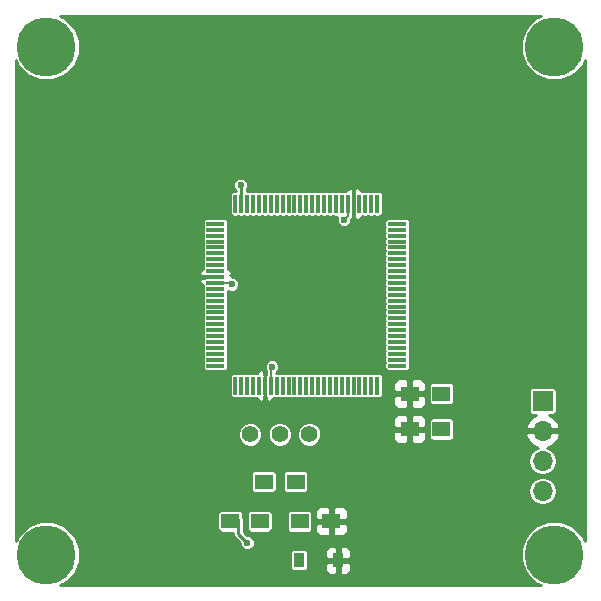
<source format=gbr>
G04 #@! TF.FileFunction,Copper,L1,Top,Signal*
%FSLAX46Y46*%
G04 Gerber Fmt 4.6, Leading zero omitted, Abs format (unit mm)*
G04 Created by KiCad (PCBNEW 4.0.5) date 03/18/17 14:23:22*
%MOMM*%
%LPD*%
G01*
G04 APERTURE LIST*
%ADD10C,0.100000*%
%ADD11R,1.500000X0.300000*%
%ADD12R,0.300000X1.500000*%
%ADD13R,1.500000X1.300000*%
%ADD14C,1.397000*%
%ADD15C,5.000000*%
%ADD16R,1.500000X1.250000*%
%ADD17R,0.900000X1.200000*%
%ADD18R,1.700000X1.700000*%
%ADD19O,1.700000X1.700000*%
%ADD20C,0.600000*%
%ADD21C,0.203200*%
%ADD22C,0.250000*%
%ADD23C,0.254000*%
G04 APERTURE END LIST*
D10*
D11*
X17300000Y-18000000D03*
X17300000Y-18500000D03*
X17300000Y-19000000D03*
X17300000Y-19500000D03*
X17300000Y-20000000D03*
X17300000Y-20500000D03*
X17300000Y-21000000D03*
X17300000Y-21500000D03*
X17300000Y-22000000D03*
X17300000Y-22500000D03*
X17300000Y-23000000D03*
X17300000Y-23500000D03*
X17300000Y-24000000D03*
X17300000Y-24500000D03*
X17300000Y-25000000D03*
X17300000Y-25500000D03*
X17300000Y-26000000D03*
X17300000Y-26500000D03*
X17300000Y-27000000D03*
X17300000Y-27500000D03*
X17300000Y-28000000D03*
X17300000Y-28500000D03*
X17300000Y-29000000D03*
X17300000Y-29500000D03*
X17300000Y-30000000D03*
D12*
X19000000Y-31700000D03*
X19500000Y-31700000D03*
X20000000Y-31700000D03*
X20500000Y-31700000D03*
X21000000Y-31700000D03*
X21500000Y-31700000D03*
X22000000Y-31700000D03*
X22500000Y-31700000D03*
X23000000Y-31700000D03*
X23500000Y-31700000D03*
X24000000Y-31700000D03*
X24500000Y-31700000D03*
X25000000Y-31700000D03*
X25500000Y-31700000D03*
X26000000Y-31700000D03*
X26500000Y-31700000D03*
X27000000Y-31700000D03*
X27500000Y-31700000D03*
X28000000Y-31700000D03*
X28500000Y-31700000D03*
X29000000Y-31700000D03*
X29500000Y-31700000D03*
X30000000Y-31700000D03*
X30500000Y-31700000D03*
X31000000Y-31700000D03*
D11*
X32700000Y-30000000D03*
X32700000Y-29500000D03*
X32700000Y-29000000D03*
X32700000Y-28500000D03*
X32700000Y-28000000D03*
X32700000Y-27500000D03*
X32700000Y-27000000D03*
X32700000Y-26500000D03*
X32700000Y-26000000D03*
X32700000Y-25500000D03*
X32700000Y-25000000D03*
X32700000Y-24500000D03*
X32700000Y-24000000D03*
X32700000Y-23500000D03*
X32700000Y-23000000D03*
X32700000Y-22500000D03*
X32700000Y-22000000D03*
X32700000Y-21500000D03*
X32700000Y-21000000D03*
X32700000Y-20500000D03*
X32700000Y-20000000D03*
X32700000Y-19500000D03*
X32700000Y-19000000D03*
X32700000Y-18500000D03*
X32700000Y-18000000D03*
D12*
X31000000Y-16300000D03*
X30500000Y-16300000D03*
X30000000Y-16300000D03*
X29500000Y-16300000D03*
X29000000Y-16300000D03*
X28500000Y-16300000D03*
X28000000Y-16300000D03*
X27500000Y-16300000D03*
X27000000Y-16300000D03*
X26500000Y-16300000D03*
X26000000Y-16300000D03*
X25500000Y-16300000D03*
X25000000Y-16300000D03*
X24500000Y-16300000D03*
X24000000Y-16300000D03*
X23500000Y-16300000D03*
X23000000Y-16300000D03*
X22500000Y-16300000D03*
X22000000Y-16300000D03*
X21500000Y-16300000D03*
X21000000Y-16300000D03*
X20500000Y-16300000D03*
X20000000Y-16300000D03*
X19500000Y-16300000D03*
X19000000Y-16300000D03*
D13*
X24096000Y-39825000D03*
X21396000Y-39825000D03*
D14*
X20246640Y-35825000D03*
X25245360Y-35825000D03*
X22746000Y-35825000D03*
D15*
X46000000Y-46000000D03*
X3000000Y-46000000D03*
X3000000Y-3000000D03*
X46000000Y-3000000D03*
D16*
X21062000Y-43180000D03*
X18562000Y-43180000D03*
D17*
X24385000Y-46482000D03*
X27685000Y-46482000D03*
D13*
X27131000Y-43180000D03*
X24431000Y-43180000D03*
X33745000Y-35380000D03*
X36445000Y-35380000D03*
X33745000Y-32380000D03*
X36445000Y-32380000D03*
D18*
X45000000Y-33000000D03*
D19*
X45000000Y-35540000D03*
X45000000Y-38080000D03*
X45000000Y-40620000D03*
D20*
X28194000Y-17653000D03*
X18669000Y-23114000D03*
X22098000Y-30099000D03*
X19431000Y-14732000D03*
X20000000Y-45000000D03*
D21*
X28500000Y-16300000D02*
X28500000Y-17347000D01*
X28500000Y-17347000D02*
X28194000Y-17653000D01*
X17300000Y-23000000D02*
X18555000Y-23000000D01*
X18555000Y-23000000D02*
X18669000Y-23114000D01*
X22000000Y-31700000D02*
X22000000Y-30197000D01*
X22000000Y-30197000D02*
X22098000Y-30099000D01*
D22*
X19500000Y-16300000D02*
X19500000Y-14801000D01*
X19500000Y-14801000D02*
X19431000Y-14732000D01*
X19250000Y-43000000D02*
X19250000Y-44250000D01*
X19250000Y-44250000D02*
X20000000Y-45000000D01*
D23*
G36*
X44398915Y-599274D02*
X43602072Y-1394727D01*
X43170292Y-2434569D01*
X43169310Y-3560492D01*
X43599274Y-4601085D01*
X44394727Y-5397928D01*
X45434569Y-5829708D01*
X46560492Y-5830690D01*
X47601085Y-5400726D01*
X48397928Y-4605273D01*
X48594800Y-4131152D01*
X48594800Y-44868610D01*
X48400726Y-44398915D01*
X47605273Y-43602072D01*
X46565431Y-43170292D01*
X45439508Y-43169310D01*
X44398915Y-43599274D01*
X43602072Y-44394727D01*
X43170292Y-45434569D01*
X43169310Y-46560492D01*
X43599274Y-47601085D01*
X44394727Y-48397928D01*
X44868848Y-48594800D01*
X4131390Y-48594800D01*
X4601085Y-48400726D01*
X5397928Y-47605273D01*
X5829708Y-46565431D01*
X5830304Y-45882000D01*
X23598331Y-45882000D01*
X23598331Y-47082000D01*
X23621356Y-47204365D01*
X23693673Y-47316749D01*
X23804017Y-47392144D01*
X23935000Y-47418669D01*
X24835000Y-47418669D01*
X24957365Y-47395644D01*
X25069749Y-47323327D01*
X25145144Y-47212983D01*
X25171669Y-47082000D01*
X25171669Y-46767750D01*
X26600000Y-46767750D01*
X26600000Y-47208310D01*
X26696673Y-47441699D01*
X26875302Y-47620327D01*
X27108691Y-47717000D01*
X27399250Y-47717000D01*
X27558000Y-47558250D01*
X27558000Y-46609000D01*
X27812000Y-46609000D01*
X27812000Y-47558250D01*
X27970750Y-47717000D01*
X28261309Y-47717000D01*
X28494698Y-47620327D01*
X28673327Y-47441699D01*
X28770000Y-47208310D01*
X28770000Y-46767750D01*
X28611250Y-46609000D01*
X27812000Y-46609000D01*
X27558000Y-46609000D01*
X26758750Y-46609000D01*
X26600000Y-46767750D01*
X25171669Y-46767750D01*
X25171669Y-45882000D01*
X25148644Y-45759635D01*
X25146106Y-45755690D01*
X26600000Y-45755690D01*
X26600000Y-46196250D01*
X26758750Y-46355000D01*
X27558000Y-46355000D01*
X27558000Y-45405750D01*
X27812000Y-45405750D01*
X27812000Y-46355000D01*
X28611250Y-46355000D01*
X28770000Y-46196250D01*
X28770000Y-45755690D01*
X28673327Y-45522301D01*
X28494698Y-45343673D01*
X28261309Y-45247000D01*
X27970750Y-45247000D01*
X27812000Y-45405750D01*
X27558000Y-45405750D01*
X27399250Y-45247000D01*
X27108691Y-45247000D01*
X26875302Y-45343673D01*
X26696673Y-45522301D01*
X26600000Y-45755690D01*
X25146106Y-45755690D01*
X25076327Y-45647251D01*
X24965983Y-45571856D01*
X24835000Y-45545331D01*
X23935000Y-45545331D01*
X23812635Y-45568356D01*
X23700251Y-45640673D01*
X23624856Y-45751017D01*
X23598331Y-45882000D01*
X5830304Y-45882000D01*
X5830690Y-45439508D01*
X5400726Y-44398915D01*
X4605273Y-43602072D01*
X3565431Y-43170292D01*
X2439508Y-43169310D01*
X1398915Y-43599274D01*
X602072Y-44394727D01*
X405200Y-44868848D01*
X405200Y-42555000D01*
X17475331Y-42555000D01*
X17475331Y-43805000D01*
X17498356Y-43927365D01*
X17570673Y-44039749D01*
X17681017Y-44115144D01*
X17812000Y-44141669D01*
X18794800Y-44141669D01*
X18794800Y-44250000D01*
X18829450Y-44424198D01*
X18928125Y-44571875D01*
X19369788Y-45013538D01*
X19369691Y-45124805D01*
X19465431Y-45356513D01*
X19642554Y-45533946D01*
X19874096Y-45630090D01*
X20124805Y-45630309D01*
X20356513Y-45534569D01*
X20533946Y-45357446D01*
X20630090Y-45125904D01*
X20630309Y-44875195D01*
X20534569Y-44643487D01*
X20357446Y-44466054D01*
X20125904Y-44369910D01*
X20013562Y-44369812D01*
X19705200Y-44061450D01*
X19705200Y-43000000D01*
X19670550Y-42825803D01*
X19648669Y-42793056D01*
X19648669Y-42555000D01*
X19975331Y-42555000D01*
X19975331Y-43805000D01*
X19998356Y-43927365D01*
X20070673Y-44039749D01*
X20181017Y-44115144D01*
X20312000Y-44141669D01*
X21812000Y-44141669D01*
X21934365Y-44118644D01*
X22046749Y-44046327D01*
X22122144Y-43935983D01*
X22148669Y-43805000D01*
X22148669Y-42555000D01*
X22143965Y-42530000D01*
X23344331Y-42530000D01*
X23344331Y-43830000D01*
X23367356Y-43952365D01*
X23439673Y-44064749D01*
X23550017Y-44140144D01*
X23681000Y-44166669D01*
X25181000Y-44166669D01*
X25303365Y-44143644D01*
X25415749Y-44071327D01*
X25491144Y-43960983D01*
X25517669Y-43830000D01*
X25517669Y-43465750D01*
X25746000Y-43465750D01*
X25746000Y-43956310D01*
X25842673Y-44189699D01*
X26021302Y-44368327D01*
X26254691Y-44465000D01*
X26845250Y-44465000D01*
X27004000Y-44306250D01*
X27004000Y-43307000D01*
X27258000Y-43307000D01*
X27258000Y-44306250D01*
X27416750Y-44465000D01*
X28007309Y-44465000D01*
X28240698Y-44368327D01*
X28419327Y-44189699D01*
X28516000Y-43956310D01*
X28516000Y-43465750D01*
X28357250Y-43307000D01*
X27258000Y-43307000D01*
X27004000Y-43307000D01*
X25904750Y-43307000D01*
X25746000Y-43465750D01*
X25517669Y-43465750D01*
X25517669Y-42530000D01*
X25494644Y-42407635D01*
X25492106Y-42403690D01*
X25746000Y-42403690D01*
X25746000Y-42894250D01*
X25904750Y-43053000D01*
X27004000Y-43053000D01*
X27004000Y-42053750D01*
X27258000Y-42053750D01*
X27258000Y-43053000D01*
X28357250Y-43053000D01*
X28516000Y-42894250D01*
X28516000Y-42403690D01*
X28419327Y-42170301D01*
X28240698Y-41991673D01*
X28007309Y-41895000D01*
X27416750Y-41895000D01*
X27258000Y-42053750D01*
X27004000Y-42053750D01*
X26845250Y-41895000D01*
X26254691Y-41895000D01*
X26021302Y-41991673D01*
X25842673Y-42170301D01*
X25746000Y-42403690D01*
X25492106Y-42403690D01*
X25422327Y-42295251D01*
X25311983Y-42219856D01*
X25181000Y-42193331D01*
X23681000Y-42193331D01*
X23558635Y-42216356D01*
X23446251Y-42288673D01*
X23370856Y-42399017D01*
X23344331Y-42530000D01*
X22143965Y-42530000D01*
X22125644Y-42432635D01*
X22053327Y-42320251D01*
X21942983Y-42244856D01*
X21812000Y-42218331D01*
X20312000Y-42218331D01*
X20189635Y-42241356D01*
X20077251Y-42313673D01*
X20001856Y-42424017D01*
X19975331Y-42555000D01*
X19648669Y-42555000D01*
X19625644Y-42432635D01*
X19553327Y-42320251D01*
X19442983Y-42244856D01*
X19312000Y-42218331D01*
X17812000Y-42218331D01*
X17689635Y-42241356D01*
X17577251Y-42313673D01*
X17501856Y-42424017D01*
X17475331Y-42555000D01*
X405200Y-42555000D01*
X405200Y-39175000D01*
X20309331Y-39175000D01*
X20309331Y-40475000D01*
X20332356Y-40597365D01*
X20404673Y-40709749D01*
X20515017Y-40785144D01*
X20646000Y-40811669D01*
X22146000Y-40811669D01*
X22268365Y-40788644D01*
X22380749Y-40716327D01*
X22456144Y-40605983D01*
X22482669Y-40475000D01*
X22482669Y-39175000D01*
X23009331Y-39175000D01*
X23009331Y-40475000D01*
X23032356Y-40597365D01*
X23104673Y-40709749D01*
X23215017Y-40785144D01*
X23346000Y-40811669D01*
X24846000Y-40811669D01*
X24968365Y-40788644D01*
X25080749Y-40716327D01*
X25146566Y-40620000D01*
X43796679Y-40620000D01*
X43886516Y-41071643D01*
X44142352Y-41454527D01*
X44525236Y-41710363D01*
X44976879Y-41800200D01*
X45023121Y-41800200D01*
X45474764Y-41710363D01*
X45857648Y-41454527D01*
X46113484Y-41071643D01*
X46203321Y-40620000D01*
X46113484Y-40168357D01*
X45857648Y-39785473D01*
X45474764Y-39529637D01*
X45023121Y-39439800D01*
X44976879Y-39439800D01*
X44525236Y-39529637D01*
X44142352Y-39785473D01*
X43886516Y-40168357D01*
X43796679Y-40620000D01*
X25146566Y-40620000D01*
X25156144Y-40605983D01*
X25182669Y-40475000D01*
X25182669Y-39175000D01*
X25159644Y-39052635D01*
X25087327Y-38940251D01*
X24976983Y-38864856D01*
X24846000Y-38838331D01*
X23346000Y-38838331D01*
X23223635Y-38861356D01*
X23111251Y-38933673D01*
X23035856Y-39044017D01*
X23009331Y-39175000D01*
X22482669Y-39175000D01*
X22459644Y-39052635D01*
X22387327Y-38940251D01*
X22276983Y-38864856D01*
X22146000Y-38838331D01*
X20646000Y-38838331D01*
X20523635Y-38861356D01*
X20411251Y-38933673D01*
X20335856Y-39044017D01*
X20309331Y-39175000D01*
X405200Y-39175000D01*
X405200Y-36028723D01*
X19217762Y-36028723D01*
X19374042Y-36406950D01*
X19663168Y-36696581D01*
X20041121Y-36853521D01*
X20450363Y-36853878D01*
X20828590Y-36697598D01*
X21118221Y-36408472D01*
X21275161Y-36030519D01*
X21275162Y-36028723D01*
X21717122Y-36028723D01*
X21873402Y-36406950D01*
X22162528Y-36696581D01*
X22540481Y-36853521D01*
X22949723Y-36853878D01*
X23327950Y-36697598D01*
X23617581Y-36408472D01*
X23774521Y-36030519D01*
X23774522Y-36028723D01*
X24216482Y-36028723D01*
X24372762Y-36406950D01*
X24661888Y-36696581D01*
X25039841Y-36853521D01*
X25449083Y-36853878D01*
X25827310Y-36697598D01*
X26116941Y-36408472D01*
X26273881Y-36030519D01*
X26274199Y-35665750D01*
X32360000Y-35665750D01*
X32360000Y-36156310D01*
X32456673Y-36389699D01*
X32635302Y-36568327D01*
X32868691Y-36665000D01*
X33459250Y-36665000D01*
X33618000Y-36506250D01*
X33618000Y-35507000D01*
X33872000Y-35507000D01*
X33872000Y-36506250D01*
X34030750Y-36665000D01*
X34621309Y-36665000D01*
X34854698Y-36568327D01*
X35033327Y-36389699D01*
X35130000Y-36156310D01*
X35130000Y-35665750D01*
X34971250Y-35507000D01*
X33872000Y-35507000D01*
X33618000Y-35507000D01*
X32518750Y-35507000D01*
X32360000Y-35665750D01*
X26274199Y-35665750D01*
X26274238Y-35621277D01*
X26117958Y-35243050D01*
X25828832Y-34953419D01*
X25450879Y-34796479D01*
X25041637Y-34796122D01*
X24663410Y-34952402D01*
X24373779Y-35241528D01*
X24216839Y-35619481D01*
X24216482Y-36028723D01*
X23774522Y-36028723D01*
X23774878Y-35621277D01*
X23618598Y-35243050D01*
X23329472Y-34953419D01*
X22951519Y-34796479D01*
X22542277Y-34796122D01*
X22164050Y-34952402D01*
X21874419Y-35241528D01*
X21717479Y-35619481D01*
X21717122Y-36028723D01*
X21275162Y-36028723D01*
X21275518Y-35621277D01*
X21119238Y-35243050D01*
X20830112Y-34953419D01*
X20452159Y-34796479D01*
X20042917Y-34796122D01*
X19664690Y-34952402D01*
X19375059Y-35241528D01*
X19218119Y-35619481D01*
X19217762Y-36028723D01*
X405200Y-36028723D01*
X405200Y-34603690D01*
X32360000Y-34603690D01*
X32360000Y-35094250D01*
X32518750Y-35253000D01*
X33618000Y-35253000D01*
X33618000Y-34253750D01*
X33872000Y-34253750D01*
X33872000Y-35253000D01*
X34971250Y-35253000D01*
X35130000Y-35094250D01*
X35130000Y-34730000D01*
X35358331Y-34730000D01*
X35358331Y-36030000D01*
X35381356Y-36152365D01*
X35453673Y-36264749D01*
X35564017Y-36340144D01*
X35695000Y-36366669D01*
X37195000Y-36366669D01*
X37317365Y-36343644D01*
X37429749Y-36271327D01*
X37505144Y-36160983D01*
X37531669Y-36030000D01*
X37531669Y-35896890D01*
X43558524Y-35896890D01*
X43728355Y-36306924D01*
X44118642Y-36735183D01*
X44620230Y-36970742D01*
X44525236Y-36989637D01*
X44142352Y-37245473D01*
X43886516Y-37628357D01*
X43796679Y-38080000D01*
X43886516Y-38531643D01*
X44142352Y-38914527D01*
X44525236Y-39170363D01*
X44976879Y-39260200D01*
X45023121Y-39260200D01*
X45474764Y-39170363D01*
X45857648Y-38914527D01*
X46113484Y-38531643D01*
X46203321Y-38080000D01*
X46113484Y-37628357D01*
X45857648Y-37245473D01*
X45474764Y-36989637D01*
X45379770Y-36970742D01*
X45881358Y-36735183D01*
X46271645Y-36306924D01*
X46441476Y-35896890D01*
X46320155Y-35667000D01*
X45127000Y-35667000D01*
X45127000Y-35687000D01*
X44873000Y-35687000D01*
X44873000Y-35667000D01*
X43679845Y-35667000D01*
X43558524Y-35896890D01*
X37531669Y-35896890D01*
X37531669Y-35183110D01*
X43558524Y-35183110D01*
X43679845Y-35413000D01*
X44873000Y-35413000D01*
X44873000Y-35393000D01*
X45127000Y-35393000D01*
X45127000Y-35413000D01*
X46320155Y-35413000D01*
X46441476Y-35183110D01*
X46271645Y-34773076D01*
X45881358Y-34344817D01*
X45544605Y-34186669D01*
X45850000Y-34186669D01*
X45972365Y-34163644D01*
X46084749Y-34091327D01*
X46160144Y-33980983D01*
X46186669Y-33850000D01*
X46186669Y-32150000D01*
X46163644Y-32027635D01*
X46091327Y-31915251D01*
X45980983Y-31839856D01*
X45850000Y-31813331D01*
X44150000Y-31813331D01*
X44027635Y-31836356D01*
X43915251Y-31908673D01*
X43839856Y-32019017D01*
X43813331Y-32150000D01*
X43813331Y-33850000D01*
X43836356Y-33972365D01*
X43908673Y-34084749D01*
X44019017Y-34160144D01*
X44150000Y-34186669D01*
X44455395Y-34186669D01*
X44118642Y-34344817D01*
X43728355Y-34773076D01*
X43558524Y-35183110D01*
X37531669Y-35183110D01*
X37531669Y-34730000D01*
X37508644Y-34607635D01*
X37436327Y-34495251D01*
X37325983Y-34419856D01*
X37195000Y-34393331D01*
X35695000Y-34393331D01*
X35572635Y-34416356D01*
X35460251Y-34488673D01*
X35384856Y-34599017D01*
X35358331Y-34730000D01*
X35130000Y-34730000D01*
X35130000Y-34603690D01*
X35033327Y-34370301D01*
X34854698Y-34191673D01*
X34621309Y-34095000D01*
X34030750Y-34095000D01*
X33872000Y-34253750D01*
X33618000Y-34253750D01*
X33459250Y-34095000D01*
X32868691Y-34095000D01*
X32635302Y-34191673D01*
X32456673Y-34370301D01*
X32360000Y-34603690D01*
X405200Y-34603690D01*
X405200Y-30950000D01*
X18513331Y-30950000D01*
X18513331Y-32450000D01*
X18536356Y-32572365D01*
X18608673Y-32684749D01*
X18719017Y-32760144D01*
X18850000Y-32786669D01*
X19150000Y-32786669D01*
X19253671Y-32767162D01*
X19350000Y-32786669D01*
X19650000Y-32786669D01*
X19753671Y-32767162D01*
X19850000Y-32786669D01*
X20150000Y-32786669D01*
X20253671Y-32767162D01*
X20350000Y-32786669D01*
X20650000Y-32786669D01*
X20753671Y-32767162D01*
X20797751Y-32776088D01*
X20811673Y-32809698D01*
X20990301Y-32988327D01*
X21223690Y-33085000D01*
X21266250Y-33085000D01*
X21425000Y-32926250D01*
X21425000Y-32632418D01*
X21460144Y-32580983D01*
X21486669Y-32450000D01*
X21486669Y-30950000D01*
X21463644Y-30827635D01*
X21425000Y-30767580D01*
X21425000Y-30473750D01*
X21266250Y-30315000D01*
X21223690Y-30315000D01*
X20990301Y-30411673D01*
X20811673Y-30590302D01*
X20798088Y-30623099D01*
X20746329Y-30632838D01*
X20650000Y-30613331D01*
X20350000Y-30613331D01*
X20246329Y-30632838D01*
X20150000Y-30613331D01*
X19850000Y-30613331D01*
X19746329Y-30632838D01*
X19650000Y-30613331D01*
X19350000Y-30613331D01*
X19246329Y-30632838D01*
X19150000Y-30613331D01*
X18850000Y-30613331D01*
X18727635Y-30636356D01*
X18615251Y-30708673D01*
X18539856Y-30819017D01*
X18513331Y-30950000D01*
X405200Y-30950000D01*
X405200Y-22223690D01*
X15915000Y-22223690D01*
X15915000Y-22266250D01*
X16073750Y-22425000D01*
X16367582Y-22425000D01*
X16419017Y-22460144D01*
X16550000Y-22486669D01*
X17447000Y-22486669D01*
X17447000Y-22513331D01*
X16550000Y-22513331D01*
X16427635Y-22536356D01*
X16367580Y-22575000D01*
X16073750Y-22575000D01*
X15915000Y-22733750D01*
X15915000Y-22776310D01*
X16011673Y-23009699D01*
X16190302Y-23188327D01*
X16223099Y-23201912D01*
X16232838Y-23253671D01*
X16213331Y-23350000D01*
X16213331Y-23650000D01*
X16232838Y-23753671D01*
X16213331Y-23850000D01*
X16213331Y-24150000D01*
X16232838Y-24253671D01*
X16213331Y-24350000D01*
X16213331Y-24650000D01*
X16232838Y-24753671D01*
X16213331Y-24850000D01*
X16213331Y-25150000D01*
X16232838Y-25253671D01*
X16213331Y-25350000D01*
X16213331Y-25650000D01*
X16232838Y-25753671D01*
X16213331Y-25850000D01*
X16213331Y-26150000D01*
X16232838Y-26253671D01*
X16213331Y-26350000D01*
X16213331Y-26650000D01*
X16232838Y-26753671D01*
X16213331Y-26850000D01*
X16213331Y-27150000D01*
X16232838Y-27253671D01*
X16213331Y-27350000D01*
X16213331Y-27650000D01*
X16232838Y-27753671D01*
X16213331Y-27850000D01*
X16213331Y-28150000D01*
X16232838Y-28253671D01*
X16213331Y-28350000D01*
X16213331Y-28650000D01*
X16232838Y-28753671D01*
X16213331Y-28850000D01*
X16213331Y-29150000D01*
X16232838Y-29253671D01*
X16213331Y-29350000D01*
X16213331Y-29650000D01*
X16232838Y-29753671D01*
X16213331Y-29850000D01*
X16213331Y-30150000D01*
X16236356Y-30272365D01*
X16308673Y-30384749D01*
X16419017Y-30460144D01*
X16550000Y-30486669D01*
X18050000Y-30486669D01*
X18172365Y-30463644D01*
X18284749Y-30391327D01*
X18360144Y-30280983D01*
X18371722Y-30223805D01*
X21467691Y-30223805D01*
X21563431Y-30455513D01*
X21568200Y-30460290D01*
X21568200Y-30777534D01*
X21539856Y-30819017D01*
X21513331Y-30950000D01*
X21513331Y-32450000D01*
X21536356Y-32572365D01*
X21575000Y-32632420D01*
X21575000Y-32926250D01*
X21733750Y-33085000D01*
X21776310Y-33085000D01*
X22009699Y-32988327D01*
X22188327Y-32809698D01*
X22201912Y-32776901D01*
X22253671Y-32767162D01*
X22350000Y-32786669D01*
X22650000Y-32786669D01*
X22753671Y-32767162D01*
X22850000Y-32786669D01*
X23150000Y-32786669D01*
X23253671Y-32767162D01*
X23350000Y-32786669D01*
X23650000Y-32786669D01*
X23753671Y-32767162D01*
X23850000Y-32786669D01*
X24150000Y-32786669D01*
X24253671Y-32767162D01*
X24350000Y-32786669D01*
X24650000Y-32786669D01*
X24753671Y-32767162D01*
X24850000Y-32786669D01*
X25150000Y-32786669D01*
X25253671Y-32767162D01*
X25350000Y-32786669D01*
X25650000Y-32786669D01*
X25753671Y-32767162D01*
X25850000Y-32786669D01*
X26150000Y-32786669D01*
X26253671Y-32767162D01*
X26350000Y-32786669D01*
X26650000Y-32786669D01*
X26753671Y-32767162D01*
X26850000Y-32786669D01*
X27150000Y-32786669D01*
X27253671Y-32767162D01*
X27350000Y-32786669D01*
X27650000Y-32786669D01*
X27753671Y-32767162D01*
X27850000Y-32786669D01*
X28150000Y-32786669D01*
X28253671Y-32767162D01*
X28350000Y-32786669D01*
X28650000Y-32786669D01*
X28753671Y-32767162D01*
X28850000Y-32786669D01*
X29150000Y-32786669D01*
X29253671Y-32767162D01*
X29350000Y-32786669D01*
X29650000Y-32786669D01*
X29753671Y-32767162D01*
X29850000Y-32786669D01*
X30150000Y-32786669D01*
X30253671Y-32767162D01*
X30350000Y-32786669D01*
X30650000Y-32786669D01*
X30753671Y-32767162D01*
X30850000Y-32786669D01*
X31150000Y-32786669D01*
X31272365Y-32763644D01*
X31384749Y-32691327D01*
X31402225Y-32665750D01*
X32360000Y-32665750D01*
X32360000Y-33156310D01*
X32456673Y-33389699D01*
X32635302Y-33568327D01*
X32868691Y-33665000D01*
X33459250Y-33665000D01*
X33618000Y-33506250D01*
X33618000Y-32507000D01*
X33872000Y-32507000D01*
X33872000Y-33506250D01*
X34030750Y-33665000D01*
X34621309Y-33665000D01*
X34854698Y-33568327D01*
X35033327Y-33389699D01*
X35130000Y-33156310D01*
X35130000Y-32665750D01*
X34971250Y-32507000D01*
X33872000Y-32507000D01*
X33618000Y-32507000D01*
X32518750Y-32507000D01*
X32360000Y-32665750D01*
X31402225Y-32665750D01*
X31460144Y-32580983D01*
X31486669Y-32450000D01*
X31486669Y-31603690D01*
X32360000Y-31603690D01*
X32360000Y-32094250D01*
X32518750Y-32253000D01*
X33618000Y-32253000D01*
X33618000Y-31253750D01*
X33872000Y-31253750D01*
X33872000Y-32253000D01*
X34971250Y-32253000D01*
X35130000Y-32094250D01*
X35130000Y-31730000D01*
X35358331Y-31730000D01*
X35358331Y-33030000D01*
X35381356Y-33152365D01*
X35453673Y-33264749D01*
X35564017Y-33340144D01*
X35695000Y-33366669D01*
X37195000Y-33366669D01*
X37317365Y-33343644D01*
X37429749Y-33271327D01*
X37505144Y-33160983D01*
X37531669Y-33030000D01*
X37531669Y-31730000D01*
X37508644Y-31607635D01*
X37436327Y-31495251D01*
X37325983Y-31419856D01*
X37195000Y-31393331D01*
X35695000Y-31393331D01*
X35572635Y-31416356D01*
X35460251Y-31488673D01*
X35384856Y-31599017D01*
X35358331Y-31730000D01*
X35130000Y-31730000D01*
X35130000Y-31603690D01*
X35033327Y-31370301D01*
X34854698Y-31191673D01*
X34621309Y-31095000D01*
X34030750Y-31095000D01*
X33872000Y-31253750D01*
X33618000Y-31253750D01*
X33459250Y-31095000D01*
X32868691Y-31095000D01*
X32635302Y-31191673D01*
X32456673Y-31370301D01*
X32360000Y-31603690D01*
X31486669Y-31603690D01*
X31486669Y-30950000D01*
X31463644Y-30827635D01*
X31391327Y-30715251D01*
X31280983Y-30639856D01*
X31150000Y-30613331D01*
X30850000Y-30613331D01*
X30746329Y-30632838D01*
X30650000Y-30613331D01*
X30350000Y-30613331D01*
X30246329Y-30632838D01*
X30150000Y-30613331D01*
X29850000Y-30613331D01*
X29746329Y-30632838D01*
X29650000Y-30613331D01*
X29350000Y-30613331D01*
X29246329Y-30632838D01*
X29150000Y-30613331D01*
X28850000Y-30613331D01*
X28746329Y-30632838D01*
X28650000Y-30613331D01*
X28350000Y-30613331D01*
X28246329Y-30632838D01*
X28150000Y-30613331D01*
X27850000Y-30613331D01*
X27746329Y-30632838D01*
X27650000Y-30613331D01*
X27350000Y-30613331D01*
X27246329Y-30632838D01*
X27150000Y-30613331D01*
X26850000Y-30613331D01*
X26746329Y-30632838D01*
X26650000Y-30613331D01*
X26350000Y-30613331D01*
X26246329Y-30632838D01*
X26150000Y-30613331D01*
X25850000Y-30613331D01*
X25746329Y-30632838D01*
X25650000Y-30613331D01*
X25350000Y-30613331D01*
X25246329Y-30632838D01*
X25150000Y-30613331D01*
X24850000Y-30613331D01*
X24746329Y-30632838D01*
X24650000Y-30613331D01*
X24350000Y-30613331D01*
X24246329Y-30632838D01*
X24150000Y-30613331D01*
X23850000Y-30613331D01*
X23746329Y-30632838D01*
X23650000Y-30613331D01*
X23350000Y-30613331D01*
X23246329Y-30632838D01*
X23150000Y-30613331D01*
X22850000Y-30613331D01*
X22746329Y-30632838D01*
X22650000Y-30613331D01*
X22474786Y-30613331D01*
X22631946Y-30456446D01*
X22728090Y-30224904D01*
X22728309Y-29974195D01*
X22632569Y-29742487D01*
X22455446Y-29565054D01*
X22223904Y-29468910D01*
X21973195Y-29468691D01*
X21741487Y-29564431D01*
X21564054Y-29741554D01*
X21467910Y-29973096D01*
X21467691Y-30223805D01*
X18371722Y-30223805D01*
X18386669Y-30150000D01*
X18386669Y-29850000D01*
X18367162Y-29746329D01*
X18386669Y-29650000D01*
X18386669Y-29350000D01*
X18367162Y-29246329D01*
X18386669Y-29150000D01*
X18386669Y-28850000D01*
X18367162Y-28746329D01*
X18386669Y-28650000D01*
X18386669Y-28350000D01*
X18367162Y-28246329D01*
X18386669Y-28150000D01*
X18386669Y-27850000D01*
X18367162Y-27746329D01*
X18386669Y-27650000D01*
X18386669Y-27350000D01*
X18367162Y-27246329D01*
X18386669Y-27150000D01*
X18386669Y-26850000D01*
X18367162Y-26746329D01*
X18386669Y-26650000D01*
X18386669Y-26350000D01*
X18367162Y-26246329D01*
X18386669Y-26150000D01*
X18386669Y-25850000D01*
X18367162Y-25746329D01*
X18386669Y-25650000D01*
X18386669Y-25350000D01*
X18367162Y-25246329D01*
X18386669Y-25150000D01*
X18386669Y-24850000D01*
X18367162Y-24746329D01*
X18386669Y-24650000D01*
X18386669Y-24350000D01*
X18367162Y-24246329D01*
X18386669Y-24150000D01*
X18386669Y-23850000D01*
X18367162Y-23746329D01*
X18381226Y-23676876D01*
X18543096Y-23744090D01*
X18793805Y-23744309D01*
X19025513Y-23648569D01*
X19202946Y-23471446D01*
X19299090Y-23239904D01*
X19299309Y-22989195D01*
X19203569Y-22757487D01*
X19026446Y-22580054D01*
X18794904Y-22483910D01*
X18685000Y-22483814D01*
X18685000Y-22372998D01*
X18578252Y-22372998D01*
X18685000Y-22266250D01*
X18685000Y-22223690D01*
X18588327Y-21990301D01*
X18409698Y-21811673D01*
X18376901Y-21798088D01*
X18367162Y-21746329D01*
X18386669Y-21650000D01*
X18386669Y-21350000D01*
X18367162Y-21246329D01*
X18386669Y-21150000D01*
X18386669Y-20850000D01*
X18367162Y-20746329D01*
X18386669Y-20650000D01*
X18386669Y-20350000D01*
X18367162Y-20246329D01*
X18386669Y-20150000D01*
X18386669Y-19850000D01*
X18367162Y-19746329D01*
X18386669Y-19650000D01*
X18386669Y-19350000D01*
X18367162Y-19246329D01*
X18386669Y-19150000D01*
X18386669Y-18850000D01*
X18367162Y-18746329D01*
X18386669Y-18650000D01*
X18386669Y-18350000D01*
X18367162Y-18246329D01*
X18386669Y-18150000D01*
X18386669Y-17850000D01*
X18363644Y-17727635D01*
X18291327Y-17615251D01*
X18180983Y-17539856D01*
X18050000Y-17513331D01*
X16550000Y-17513331D01*
X16427635Y-17536356D01*
X16315251Y-17608673D01*
X16239856Y-17719017D01*
X16213331Y-17850000D01*
X16213331Y-18150000D01*
X16232838Y-18253671D01*
X16213331Y-18350000D01*
X16213331Y-18650000D01*
X16232838Y-18753671D01*
X16213331Y-18850000D01*
X16213331Y-19150000D01*
X16232838Y-19253671D01*
X16213331Y-19350000D01*
X16213331Y-19650000D01*
X16232838Y-19753671D01*
X16213331Y-19850000D01*
X16213331Y-20150000D01*
X16232838Y-20253671D01*
X16213331Y-20350000D01*
X16213331Y-20650000D01*
X16232838Y-20753671D01*
X16213331Y-20850000D01*
X16213331Y-21150000D01*
X16232838Y-21253671D01*
X16213331Y-21350000D01*
X16213331Y-21650000D01*
X16232838Y-21753671D01*
X16223912Y-21797751D01*
X16190302Y-21811673D01*
X16011673Y-21990301D01*
X15915000Y-22223690D01*
X405200Y-22223690D01*
X405200Y-15550000D01*
X18513331Y-15550000D01*
X18513331Y-17050000D01*
X18536356Y-17172365D01*
X18608673Y-17284749D01*
X18719017Y-17360144D01*
X18850000Y-17386669D01*
X19150000Y-17386669D01*
X19253671Y-17367162D01*
X19350000Y-17386669D01*
X19650000Y-17386669D01*
X19753671Y-17367162D01*
X19850000Y-17386669D01*
X20150000Y-17386669D01*
X20253671Y-17367162D01*
X20350000Y-17386669D01*
X20650000Y-17386669D01*
X20753671Y-17367162D01*
X20850000Y-17386669D01*
X21150000Y-17386669D01*
X21253671Y-17367162D01*
X21350000Y-17386669D01*
X21650000Y-17386669D01*
X21753671Y-17367162D01*
X21850000Y-17386669D01*
X22150000Y-17386669D01*
X22253671Y-17367162D01*
X22350000Y-17386669D01*
X22650000Y-17386669D01*
X22753671Y-17367162D01*
X22850000Y-17386669D01*
X23150000Y-17386669D01*
X23253671Y-17367162D01*
X23350000Y-17386669D01*
X23650000Y-17386669D01*
X23753671Y-17367162D01*
X23850000Y-17386669D01*
X24150000Y-17386669D01*
X24253671Y-17367162D01*
X24350000Y-17386669D01*
X24650000Y-17386669D01*
X24753671Y-17367162D01*
X24850000Y-17386669D01*
X25150000Y-17386669D01*
X25253671Y-17367162D01*
X25350000Y-17386669D01*
X25650000Y-17386669D01*
X25753671Y-17367162D01*
X25850000Y-17386669D01*
X26150000Y-17386669D01*
X26253671Y-17367162D01*
X26350000Y-17386669D01*
X26650000Y-17386669D01*
X26753671Y-17367162D01*
X26850000Y-17386669D01*
X27150000Y-17386669D01*
X27253671Y-17367162D01*
X27350000Y-17386669D01*
X27622220Y-17386669D01*
X27563910Y-17527096D01*
X27563691Y-17777805D01*
X27659431Y-18009513D01*
X27836554Y-18186946D01*
X28068096Y-18283090D01*
X28318805Y-18283309D01*
X28550513Y-18187569D01*
X28727946Y-18010446D01*
X28794568Y-17850000D01*
X31613331Y-17850000D01*
X31613331Y-18150000D01*
X31632838Y-18253671D01*
X31613331Y-18350000D01*
X31613331Y-18650000D01*
X31632838Y-18753671D01*
X31613331Y-18850000D01*
X31613331Y-19150000D01*
X31632838Y-19253671D01*
X31613331Y-19350000D01*
X31613331Y-19650000D01*
X31632838Y-19753671D01*
X31613331Y-19850000D01*
X31613331Y-20150000D01*
X31632838Y-20253671D01*
X31613331Y-20350000D01*
X31613331Y-20650000D01*
X31632838Y-20753671D01*
X31613331Y-20850000D01*
X31613331Y-21150000D01*
X31632838Y-21253671D01*
X31613331Y-21350000D01*
X31613331Y-21650000D01*
X31632838Y-21753671D01*
X31613331Y-21850000D01*
X31613331Y-22150000D01*
X31632838Y-22253671D01*
X31613331Y-22350000D01*
X31613331Y-22650000D01*
X31632838Y-22753671D01*
X31613331Y-22850000D01*
X31613331Y-23150000D01*
X31632838Y-23253671D01*
X31613331Y-23350000D01*
X31613331Y-23650000D01*
X31632838Y-23753671D01*
X31613331Y-23850000D01*
X31613331Y-24150000D01*
X31632838Y-24253671D01*
X31613331Y-24350000D01*
X31613331Y-24650000D01*
X31632838Y-24753671D01*
X31613331Y-24850000D01*
X31613331Y-25150000D01*
X31632838Y-25253671D01*
X31613331Y-25350000D01*
X31613331Y-25650000D01*
X31632838Y-25753671D01*
X31613331Y-25850000D01*
X31613331Y-26150000D01*
X31632838Y-26253671D01*
X31613331Y-26350000D01*
X31613331Y-26650000D01*
X31632838Y-26753671D01*
X31613331Y-26850000D01*
X31613331Y-27150000D01*
X31632838Y-27253671D01*
X31613331Y-27350000D01*
X31613331Y-27650000D01*
X31632838Y-27753671D01*
X31613331Y-27850000D01*
X31613331Y-28150000D01*
X31632838Y-28253671D01*
X31613331Y-28350000D01*
X31613331Y-28650000D01*
X31632838Y-28753671D01*
X31613331Y-28850000D01*
X31613331Y-29150000D01*
X31632838Y-29253671D01*
X31613331Y-29350000D01*
X31613331Y-29650000D01*
X31632838Y-29753671D01*
X31613331Y-29850000D01*
X31613331Y-30150000D01*
X31636356Y-30272365D01*
X31708673Y-30384749D01*
X31819017Y-30460144D01*
X31950000Y-30486669D01*
X33450000Y-30486669D01*
X33572365Y-30463644D01*
X33684749Y-30391327D01*
X33760144Y-30280983D01*
X33786669Y-30150000D01*
X33786669Y-29850000D01*
X33767162Y-29746329D01*
X33786669Y-29650000D01*
X33786669Y-29350000D01*
X33767162Y-29246329D01*
X33786669Y-29150000D01*
X33786669Y-28850000D01*
X33767162Y-28746329D01*
X33786669Y-28650000D01*
X33786669Y-28350000D01*
X33767162Y-28246329D01*
X33786669Y-28150000D01*
X33786669Y-27850000D01*
X33767162Y-27746329D01*
X33786669Y-27650000D01*
X33786669Y-27350000D01*
X33767162Y-27246329D01*
X33786669Y-27150000D01*
X33786669Y-26850000D01*
X33767162Y-26746329D01*
X33786669Y-26650000D01*
X33786669Y-26350000D01*
X33767162Y-26246329D01*
X33786669Y-26150000D01*
X33786669Y-25850000D01*
X33767162Y-25746329D01*
X33786669Y-25650000D01*
X33786669Y-25350000D01*
X33767162Y-25246329D01*
X33786669Y-25150000D01*
X33786669Y-24850000D01*
X33767162Y-24746329D01*
X33786669Y-24650000D01*
X33786669Y-24350000D01*
X33767162Y-24246329D01*
X33786669Y-24150000D01*
X33786669Y-23850000D01*
X33767162Y-23746329D01*
X33786669Y-23650000D01*
X33786669Y-23350000D01*
X33767162Y-23246329D01*
X33786669Y-23150000D01*
X33786669Y-22850000D01*
X33767162Y-22746329D01*
X33786669Y-22650000D01*
X33786669Y-22350000D01*
X33767162Y-22246329D01*
X33786669Y-22150000D01*
X33786669Y-21850000D01*
X33767162Y-21746329D01*
X33786669Y-21650000D01*
X33786669Y-21350000D01*
X33767162Y-21246329D01*
X33786669Y-21150000D01*
X33786669Y-20850000D01*
X33767162Y-20746329D01*
X33786669Y-20650000D01*
X33786669Y-20350000D01*
X33767162Y-20246329D01*
X33786669Y-20150000D01*
X33786669Y-19850000D01*
X33767162Y-19746329D01*
X33786669Y-19650000D01*
X33786669Y-19350000D01*
X33767162Y-19246329D01*
X33786669Y-19150000D01*
X33786669Y-18850000D01*
X33767162Y-18746329D01*
X33786669Y-18650000D01*
X33786669Y-18350000D01*
X33767162Y-18246329D01*
X33786669Y-18150000D01*
X33786669Y-17850000D01*
X33763644Y-17727635D01*
X33691327Y-17615251D01*
X33580983Y-17539856D01*
X33450000Y-17513331D01*
X31950000Y-17513331D01*
X31827635Y-17536356D01*
X31715251Y-17608673D01*
X31639856Y-17719017D01*
X31613331Y-17850000D01*
X28794568Y-17850000D01*
X28824090Y-17778904D01*
X28824223Y-17627027D01*
X28925000Y-17526250D01*
X28925000Y-17381186D01*
X28931800Y-17347000D01*
X28931800Y-17222466D01*
X28960144Y-17180983D01*
X28986669Y-17050000D01*
X28986669Y-15550000D01*
X29013331Y-15550000D01*
X29013331Y-17050000D01*
X29036356Y-17172365D01*
X29075000Y-17232420D01*
X29075000Y-17526250D01*
X29233750Y-17685000D01*
X29276310Y-17685000D01*
X29509699Y-17588327D01*
X29688327Y-17409698D01*
X29701912Y-17376901D01*
X29753671Y-17367162D01*
X29850000Y-17386669D01*
X30150000Y-17386669D01*
X30253671Y-17367162D01*
X30350000Y-17386669D01*
X30650000Y-17386669D01*
X30753671Y-17367162D01*
X30850000Y-17386669D01*
X31150000Y-17386669D01*
X31272365Y-17363644D01*
X31384749Y-17291327D01*
X31460144Y-17180983D01*
X31486669Y-17050000D01*
X31486669Y-15550000D01*
X31463644Y-15427635D01*
X31391327Y-15315251D01*
X31280983Y-15239856D01*
X31150000Y-15213331D01*
X30850000Y-15213331D01*
X30746329Y-15232838D01*
X30650000Y-15213331D01*
X30350000Y-15213331D01*
X30246329Y-15232838D01*
X30150000Y-15213331D01*
X29850000Y-15213331D01*
X29746329Y-15232838D01*
X29702249Y-15223912D01*
X29688327Y-15190302D01*
X29509699Y-15011673D01*
X29276310Y-14915000D01*
X29233750Y-14915000D01*
X29075000Y-15073750D01*
X29075000Y-15367582D01*
X29039856Y-15419017D01*
X29013331Y-15550000D01*
X28986669Y-15550000D01*
X28963644Y-15427635D01*
X28925000Y-15367580D01*
X28925000Y-15073750D01*
X28766250Y-14915000D01*
X28723690Y-14915000D01*
X28490301Y-15011673D01*
X28311673Y-15190302D01*
X28298088Y-15223099D01*
X28246329Y-15232838D01*
X28150000Y-15213331D01*
X27850000Y-15213331D01*
X27746329Y-15232838D01*
X27650000Y-15213331D01*
X27350000Y-15213331D01*
X27246329Y-15232838D01*
X27150000Y-15213331D01*
X26850000Y-15213331D01*
X26746329Y-15232838D01*
X26650000Y-15213331D01*
X26350000Y-15213331D01*
X26246329Y-15232838D01*
X26150000Y-15213331D01*
X25850000Y-15213331D01*
X25746329Y-15232838D01*
X25650000Y-15213331D01*
X25350000Y-15213331D01*
X25246329Y-15232838D01*
X25150000Y-15213331D01*
X24850000Y-15213331D01*
X24746329Y-15232838D01*
X24650000Y-15213331D01*
X24350000Y-15213331D01*
X24246329Y-15232838D01*
X24150000Y-15213331D01*
X23850000Y-15213331D01*
X23746329Y-15232838D01*
X23650000Y-15213331D01*
X23350000Y-15213331D01*
X23246329Y-15232838D01*
X23150000Y-15213331D01*
X22850000Y-15213331D01*
X22746329Y-15232838D01*
X22650000Y-15213331D01*
X22350000Y-15213331D01*
X22246329Y-15232838D01*
X22150000Y-15213331D01*
X21850000Y-15213331D01*
X21746329Y-15232838D01*
X21650000Y-15213331D01*
X21350000Y-15213331D01*
X21246329Y-15232838D01*
X21150000Y-15213331D01*
X20850000Y-15213331D01*
X20746329Y-15232838D01*
X20650000Y-15213331D01*
X20350000Y-15213331D01*
X20246329Y-15232838D01*
X20150000Y-15213331D01*
X19955200Y-15213331D01*
X19955200Y-15099175D01*
X19964946Y-15089446D01*
X20061090Y-14857904D01*
X20061309Y-14607195D01*
X19965569Y-14375487D01*
X19788446Y-14198054D01*
X19556904Y-14101910D01*
X19306195Y-14101691D01*
X19074487Y-14197431D01*
X18897054Y-14374554D01*
X18800910Y-14606096D01*
X18800691Y-14856805D01*
X18896431Y-15088513D01*
X19021031Y-15213331D01*
X18850000Y-15213331D01*
X18727635Y-15236356D01*
X18615251Y-15308673D01*
X18539856Y-15419017D01*
X18513331Y-15550000D01*
X405200Y-15550000D01*
X405200Y-4131390D01*
X599274Y-4601085D01*
X1394727Y-5397928D01*
X2434569Y-5829708D01*
X3560492Y-5830690D01*
X4601085Y-5400726D01*
X5397928Y-4605273D01*
X5829708Y-3565431D01*
X5830690Y-2439508D01*
X5400726Y-1398915D01*
X4605273Y-602072D01*
X4131152Y-405200D01*
X44868610Y-405200D01*
X44398915Y-599274D01*
X44398915Y-599274D01*
G37*
X44398915Y-599274D02*
X43602072Y-1394727D01*
X43170292Y-2434569D01*
X43169310Y-3560492D01*
X43599274Y-4601085D01*
X44394727Y-5397928D01*
X45434569Y-5829708D01*
X46560492Y-5830690D01*
X47601085Y-5400726D01*
X48397928Y-4605273D01*
X48594800Y-4131152D01*
X48594800Y-44868610D01*
X48400726Y-44398915D01*
X47605273Y-43602072D01*
X46565431Y-43170292D01*
X45439508Y-43169310D01*
X44398915Y-43599274D01*
X43602072Y-44394727D01*
X43170292Y-45434569D01*
X43169310Y-46560492D01*
X43599274Y-47601085D01*
X44394727Y-48397928D01*
X44868848Y-48594800D01*
X4131390Y-48594800D01*
X4601085Y-48400726D01*
X5397928Y-47605273D01*
X5829708Y-46565431D01*
X5830304Y-45882000D01*
X23598331Y-45882000D01*
X23598331Y-47082000D01*
X23621356Y-47204365D01*
X23693673Y-47316749D01*
X23804017Y-47392144D01*
X23935000Y-47418669D01*
X24835000Y-47418669D01*
X24957365Y-47395644D01*
X25069749Y-47323327D01*
X25145144Y-47212983D01*
X25171669Y-47082000D01*
X25171669Y-46767750D01*
X26600000Y-46767750D01*
X26600000Y-47208310D01*
X26696673Y-47441699D01*
X26875302Y-47620327D01*
X27108691Y-47717000D01*
X27399250Y-47717000D01*
X27558000Y-47558250D01*
X27558000Y-46609000D01*
X27812000Y-46609000D01*
X27812000Y-47558250D01*
X27970750Y-47717000D01*
X28261309Y-47717000D01*
X28494698Y-47620327D01*
X28673327Y-47441699D01*
X28770000Y-47208310D01*
X28770000Y-46767750D01*
X28611250Y-46609000D01*
X27812000Y-46609000D01*
X27558000Y-46609000D01*
X26758750Y-46609000D01*
X26600000Y-46767750D01*
X25171669Y-46767750D01*
X25171669Y-45882000D01*
X25148644Y-45759635D01*
X25146106Y-45755690D01*
X26600000Y-45755690D01*
X26600000Y-46196250D01*
X26758750Y-46355000D01*
X27558000Y-46355000D01*
X27558000Y-45405750D01*
X27812000Y-45405750D01*
X27812000Y-46355000D01*
X28611250Y-46355000D01*
X28770000Y-46196250D01*
X28770000Y-45755690D01*
X28673327Y-45522301D01*
X28494698Y-45343673D01*
X28261309Y-45247000D01*
X27970750Y-45247000D01*
X27812000Y-45405750D01*
X27558000Y-45405750D01*
X27399250Y-45247000D01*
X27108691Y-45247000D01*
X26875302Y-45343673D01*
X26696673Y-45522301D01*
X26600000Y-45755690D01*
X25146106Y-45755690D01*
X25076327Y-45647251D01*
X24965983Y-45571856D01*
X24835000Y-45545331D01*
X23935000Y-45545331D01*
X23812635Y-45568356D01*
X23700251Y-45640673D01*
X23624856Y-45751017D01*
X23598331Y-45882000D01*
X5830304Y-45882000D01*
X5830690Y-45439508D01*
X5400726Y-44398915D01*
X4605273Y-43602072D01*
X3565431Y-43170292D01*
X2439508Y-43169310D01*
X1398915Y-43599274D01*
X602072Y-44394727D01*
X405200Y-44868848D01*
X405200Y-42555000D01*
X17475331Y-42555000D01*
X17475331Y-43805000D01*
X17498356Y-43927365D01*
X17570673Y-44039749D01*
X17681017Y-44115144D01*
X17812000Y-44141669D01*
X18794800Y-44141669D01*
X18794800Y-44250000D01*
X18829450Y-44424198D01*
X18928125Y-44571875D01*
X19369788Y-45013538D01*
X19369691Y-45124805D01*
X19465431Y-45356513D01*
X19642554Y-45533946D01*
X19874096Y-45630090D01*
X20124805Y-45630309D01*
X20356513Y-45534569D01*
X20533946Y-45357446D01*
X20630090Y-45125904D01*
X20630309Y-44875195D01*
X20534569Y-44643487D01*
X20357446Y-44466054D01*
X20125904Y-44369910D01*
X20013562Y-44369812D01*
X19705200Y-44061450D01*
X19705200Y-43000000D01*
X19670550Y-42825803D01*
X19648669Y-42793056D01*
X19648669Y-42555000D01*
X19975331Y-42555000D01*
X19975331Y-43805000D01*
X19998356Y-43927365D01*
X20070673Y-44039749D01*
X20181017Y-44115144D01*
X20312000Y-44141669D01*
X21812000Y-44141669D01*
X21934365Y-44118644D01*
X22046749Y-44046327D01*
X22122144Y-43935983D01*
X22148669Y-43805000D01*
X22148669Y-42555000D01*
X22143965Y-42530000D01*
X23344331Y-42530000D01*
X23344331Y-43830000D01*
X23367356Y-43952365D01*
X23439673Y-44064749D01*
X23550017Y-44140144D01*
X23681000Y-44166669D01*
X25181000Y-44166669D01*
X25303365Y-44143644D01*
X25415749Y-44071327D01*
X25491144Y-43960983D01*
X25517669Y-43830000D01*
X25517669Y-43465750D01*
X25746000Y-43465750D01*
X25746000Y-43956310D01*
X25842673Y-44189699D01*
X26021302Y-44368327D01*
X26254691Y-44465000D01*
X26845250Y-44465000D01*
X27004000Y-44306250D01*
X27004000Y-43307000D01*
X27258000Y-43307000D01*
X27258000Y-44306250D01*
X27416750Y-44465000D01*
X28007309Y-44465000D01*
X28240698Y-44368327D01*
X28419327Y-44189699D01*
X28516000Y-43956310D01*
X28516000Y-43465750D01*
X28357250Y-43307000D01*
X27258000Y-43307000D01*
X27004000Y-43307000D01*
X25904750Y-43307000D01*
X25746000Y-43465750D01*
X25517669Y-43465750D01*
X25517669Y-42530000D01*
X25494644Y-42407635D01*
X25492106Y-42403690D01*
X25746000Y-42403690D01*
X25746000Y-42894250D01*
X25904750Y-43053000D01*
X27004000Y-43053000D01*
X27004000Y-42053750D01*
X27258000Y-42053750D01*
X27258000Y-43053000D01*
X28357250Y-43053000D01*
X28516000Y-42894250D01*
X28516000Y-42403690D01*
X28419327Y-42170301D01*
X28240698Y-41991673D01*
X28007309Y-41895000D01*
X27416750Y-41895000D01*
X27258000Y-42053750D01*
X27004000Y-42053750D01*
X26845250Y-41895000D01*
X26254691Y-41895000D01*
X26021302Y-41991673D01*
X25842673Y-42170301D01*
X25746000Y-42403690D01*
X25492106Y-42403690D01*
X25422327Y-42295251D01*
X25311983Y-42219856D01*
X25181000Y-42193331D01*
X23681000Y-42193331D01*
X23558635Y-42216356D01*
X23446251Y-42288673D01*
X23370856Y-42399017D01*
X23344331Y-42530000D01*
X22143965Y-42530000D01*
X22125644Y-42432635D01*
X22053327Y-42320251D01*
X21942983Y-42244856D01*
X21812000Y-42218331D01*
X20312000Y-42218331D01*
X20189635Y-42241356D01*
X20077251Y-42313673D01*
X20001856Y-42424017D01*
X19975331Y-42555000D01*
X19648669Y-42555000D01*
X19625644Y-42432635D01*
X19553327Y-42320251D01*
X19442983Y-42244856D01*
X19312000Y-42218331D01*
X17812000Y-42218331D01*
X17689635Y-42241356D01*
X17577251Y-42313673D01*
X17501856Y-42424017D01*
X17475331Y-42555000D01*
X405200Y-42555000D01*
X405200Y-39175000D01*
X20309331Y-39175000D01*
X20309331Y-40475000D01*
X20332356Y-40597365D01*
X20404673Y-40709749D01*
X20515017Y-40785144D01*
X20646000Y-40811669D01*
X22146000Y-40811669D01*
X22268365Y-40788644D01*
X22380749Y-40716327D01*
X22456144Y-40605983D01*
X22482669Y-40475000D01*
X22482669Y-39175000D01*
X23009331Y-39175000D01*
X23009331Y-40475000D01*
X23032356Y-40597365D01*
X23104673Y-40709749D01*
X23215017Y-40785144D01*
X23346000Y-40811669D01*
X24846000Y-40811669D01*
X24968365Y-40788644D01*
X25080749Y-40716327D01*
X25146566Y-40620000D01*
X43796679Y-40620000D01*
X43886516Y-41071643D01*
X44142352Y-41454527D01*
X44525236Y-41710363D01*
X44976879Y-41800200D01*
X45023121Y-41800200D01*
X45474764Y-41710363D01*
X45857648Y-41454527D01*
X46113484Y-41071643D01*
X46203321Y-40620000D01*
X46113484Y-40168357D01*
X45857648Y-39785473D01*
X45474764Y-39529637D01*
X45023121Y-39439800D01*
X44976879Y-39439800D01*
X44525236Y-39529637D01*
X44142352Y-39785473D01*
X43886516Y-40168357D01*
X43796679Y-40620000D01*
X25146566Y-40620000D01*
X25156144Y-40605983D01*
X25182669Y-40475000D01*
X25182669Y-39175000D01*
X25159644Y-39052635D01*
X25087327Y-38940251D01*
X24976983Y-38864856D01*
X24846000Y-38838331D01*
X23346000Y-38838331D01*
X23223635Y-38861356D01*
X23111251Y-38933673D01*
X23035856Y-39044017D01*
X23009331Y-39175000D01*
X22482669Y-39175000D01*
X22459644Y-39052635D01*
X22387327Y-38940251D01*
X22276983Y-38864856D01*
X22146000Y-38838331D01*
X20646000Y-38838331D01*
X20523635Y-38861356D01*
X20411251Y-38933673D01*
X20335856Y-39044017D01*
X20309331Y-39175000D01*
X405200Y-39175000D01*
X405200Y-36028723D01*
X19217762Y-36028723D01*
X19374042Y-36406950D01*
X19663168Y-36696581D01*
X20041121Y-36853521D01*
X20450363Y-36853878D01*
X20828590Y-36697598D01*
X21118221Y-36408472D01*
X21275161Y-36030519D01*
X21275162Y-36028723D01*
X21717122Y-36028723D01*
X21873402Y-36406950D01*
X22162528Y-36696581D01*
X22540481Y-36853521D01*
X22949723Y-36853878D01*
X23327950Y-36697598D01*
X23617581Y-36408472D01*
X23774521Y-36030519D01*
X23774522Y-36028723D01*
X24216482Y-36028723D01*
X24372762Y-36406950D01*
X24661888Y-36696581D01*
X25039841Y-36853521D01*
X25449083Y-36853878D01*
X25827310Y-36697598D01*
X26116941Y-36408472D01*
X26273881Y-36030519D01*
X26274199Y-35665750D01*
X32360000Y-35665750D01*
X32360000Y-36156310D01*
X32456673Y-36389699D01*
X32635302Y-36568327D01*
X32868691Y-36665000D01*
X33459250Y-36665000D01*
X33618000Y-36506250D01*
X33618000Y-35507000D01*
X33872000Y-35507000D01*
X33872000Y-36506250D01*
X34030750Y-36665000D01*
X34621309Y-36665000D01*
X34854698Y-36568327D01*
X35033327Y-36389699D01*
X35130000Y-36156310D01*
X35130000Y-35665750D01*
X34971250Y-35507000D01*
X33872000Y-35507000D01*
X33618000Y-35507000D01*
X32518750Y-35507000D01*
X32360000Y-35665750D01*
X26274199Y-35665750D01*
X26274238Y-35621277D01*
X26117958Y-35243050D01*
X25828832Y-34953419D01*
X25450879Y-34796479D01*
X25041637Y-34796122D01*
X24663410Y-34952402D01*
X24373779Y-35241528D01*
X24216839Y-35619481D01*
X24216482Y-36028723D01*
X23774522Y-36028723D01*
X23774878Y-35621277D01*
X23618598Y-35243050D01*
X23329472Y-34953419D01*
X22951519Y-34796479D01*
X22542277Y-34796122D01*
X22164050Y-34952402D01*
X21874419Y-35241528D01*
X21717479Y-35619481D01*
X21717122Y-36028723D01*
X21275162Y-36028723D01*
X21275518Y-35621277D01*
X21119238Y-35243050D01*
X20830112Y-34953419D01*
X20452159Y-34796479D01*
X20042917Y-34796122D01*
X19664690Y-34952402D01*
X19375059Y-35241528D01*
X19218119Y-35619481D01*
X19217762Y-36028723D01*
X405200Y-36028723D01*
X405200Y-34603690D01*
X32360000Y-34603690D01*
X32360000Y-35094250D01*
X32518750Y-35253000D01*
X33618000Y-35253000D01*
X33618000Y-34253750D01*
X33872000Y-34253750D01*
X33872000Y-35253000D01*
X34971250Y-35253000D01*
X35130000Y-35094250D01*
X35130000Y-34730000D01*
X35358331Y-34730000D01*
X35358331Y-36030000D01*
X35381356Y-36152365D01*
X35453673Y-36264749D01*
X35564017Y-36340144D01*
X35695000Y-36366669D01*
X37195000Y-36366669D01*
X37317365Y-36343644D01*
X37429749Y-36271327D01*
X37505144Y-36160983D01*
X37531669Y-36030000D01*
X37531669Y-35896890D01*
X43558524Y-35896890D01*
X43728355Y-36306924D01*
X44118642Y-36735183D01*
X44620230Y-36970742D01*
X44525236Y-36989637D01*
X44142352Y-37245473D01*
X43886516Y-37628357D01*
X43796679Y-38080000D01*
X43886516Y-38531643D01*
X44142352Y-38914527D01*
X44525236Y-39170363D01*
X44976879Y-39260200D01*
X45023121Y-39260200D01*
X45474764Y-39170363D01*
X45857648Y-38914527D01*
X46113484Y-38531643D01*
X46203321Y-38080000D01*
X46113484Y-37628357D01*
X45857648Y-37245473D01*
X45474764Y-36989637D01*
X45379770Y-36970742D01*
X45881358Y-36735183D01*
X46271645Y-36306924D01*
X46441476Y-35896890D01*
X46320155Y-35667000D01*
X45127000Y-35667000D01*
X45127000Y-35687000D01*
X44873000Y-35687000D01*
X44873000Y-35667000D01*
X43679845Y-35667000D01*
X43558524Y-35896890D01*
X37531669Y-35896890D01*
X37531669Y-35183110D01*
X43558524Y-35183110D01*
X43679845Y-35413000D01*
X44873000Y-35413000D01*
X44873000Y-35393000D01*
X45127000Y-35393000D01*
X45127000Y-35413000D01*
X46320155Y-35413000D01*
X46441476Y-35183110D01*
X46271645Y-34773076D01*
X45881358Y-34344817D01*
X45544605Y-34186669D01*
X45850000Y-34186669D01*
X45972365Y-34163644D01*
X46084749Y-34091327D01*
X46160144Y-33980983D01*
X46186669Y-33850000D01*
X46186669Y-32150000D01*
X46163644Y-32027635D01*
X46091327Y-31915251D01*
X45980983Y-31839856D01*
X45850000Y-31813331D01*
X44150000Y-31813331D01*
X44027635Y-31836356D01*
X43915251Y-31908673D01*
X43839856Y-32019017D01*
X43813331Y-32150000D01*
X43813331Y-33850000D01*
X43836356Y-33972365D01*
X43908673Y-34084749D01*
X44019017Y-34160144D01*
X44150000Y-34186669D01*
X44455395Y-34186669D01*
X44118642Y-34344817D01*
X43728355Y-34773076D01*
X43558524Y-35183110D01*
X37531669Y-35183110D01*
X37531669Y-34730000D01*
X37508644Y-34607635D01*
X37436327Y-34495251D01*
X37325983Y-34419856D01*
X37195000Y-34393331D01*
X35695000Y-34393331D01*
X35572635Y-34416356D01*
X35460251Y-34488673D01*
X35384856Y-34599017D01*
X35358331Y-34730000D01*
X35130000Y-34730000D01*
X35130000Y-34603690D01*
X35033327Y-34370301D01*
X34854698Y-34191673D01*
X34621309Y-34095000D01*
X34030750Y-34095000D01*
X33872000Y-34253750D01*
X33618000Y-34253750D01*
X33459250Y-34095000D01*
X32868691Y-34095000D01*
X32635302Y-34191673D01*
X32456673Y-34370301D01*
X32360000Y-34603690D01*
X405200Y-34603690D01*
X405200Y-30950000D01*
X18513331Y-30950000D01*
X18513331Y-32450000D01*
X18536356Y-32572365D01*
X18608673Y-32684749D01*
X18719017Y-32760144D01*
X18850000Y-32786669D01*
X19150000Y-32786669D01*
X19253671Y-32767162D01*
X19350000Y-32786669D01*
X19650000Y-32786669D01*
X19753671Y-32767162D01*
X19850000Y-32786669D01*
X20150000Y-32786669D01*
X20253671Y-32767162D01*
X20350000Y-32786669D01*
X20650000Y-32786669D01*
X20753671Y-32767162D01*
X20797751Y-32776088D01*
X20811673Y-32809698D01*
X20990301Y-32988327D01*
X21223690Y-33085000D01*
X21266250Y-33085000D01*
X21425000Y-32926250D01*
X21425000Y-32632418D01*
X21460144Y-32580983D01*
X21486669Y-32450000D01*
X21486669Y-30950000D01*
X21463644Y-30827635D01*
X21425000Y-30767580D01*
X21425000Y-30473750D01*
X21266250Y-30315000D01*
X21223690Y-30315000D01*
X20990301Y-30411673D01*
X20811673Y-30590302D01*
X20798088Y-30623099D01*
X20746329Y-30632838D01*
X20650000Y-30613331D01*
X20350000Y-30613331D01*
X20246329Y-30632838D01*
X20150000Y-30613331D01*
X19850000Y-30613331D01*
X19746329Y-30632838D01*
X19650000Y-30613331D01*
X19350000Y-30613331D01*
X19246329Y-30632838D01*
X19150000Y-30613331D01*
X18850000Y-30613331D01*
X18727635Y-30636356D01*
X18615251Y-30708673D01*
X18539856Y-30819017D01*
X18513331Y-30950000D01*
X405200Y-30950000D01*
X405200Y-22223690D01*
X15915000Y-22223690D01*
X15915000Y-22266250D01*
X16073750Y-22425000D01*
X16367582Y-22425000D01*
X16419017Y-22460144D01*
X16550000Y-22486669D01*
X17447000Y-22486669D01*
X17447000Y-22513331D01*
X16550000Y-22513331D01*
X16427635Y-22536356D01*
X16367580Y-22575000D01*
X16073750Y-22575000D01*
X15915000Y-22733750D01*
X15915000Y-22776310D01*
X16011673Y-23009699D01*
X16190302Y-23188327D01*
X16223099Y-23201912D01*
X16232838Y-23253671D01*
X16213331Y-23350000D01*
X16213331Y-23650000D01*
X16232838Y-23753671D01*
X16213331Y-23850000D01*
X16213331Y-24150000D01*
X16232838Y-24253671D01*
X16213331Y-24350000D01*
X16213331Y-24650000D01*
X16232838Y-24753671D01*
X16213331Y-24850000D01*
X16213331Y-25150000D01*
X16232838Y-25253671D01*
X16213331Y-25350000D01*
X16213331Y-25650000D01*
X16232838Y-25753671D01*
X16213331Y-25850000D01*
X16213331Y-26150000D01*
X16232838Y-26253671D01*
X16213331Y-26350000D01*
X16213331Y-26650000D01*
X16232838Y-26753671D01*
X16213331Y-26850000D01*
X16213331Y-27150000D01*
X16232838Y-27253671D01*
X16213331Y-27350000D01*
X16213331Y-27650000D01*
X16232838Y-27753671D01*
X16213331Y-27850000D01*
X16213331Y-28150000D01*
X16232838Y-28253671D01*
X16213331Y-28350000D01*
X16213331Y-28650000D01*
X16232838Y-28753671D01*
X16213331Y-28850000D01*
X16213331Y-29150000D01*
X16232838Y-29253671D01*
X16213331Y-29350000D01*
X16213331Y-29650000D01*
X16232838Y-29753671D01*
X16213331Y-29850000D01*
X16213331Y-30150000D01*
X16236356Y-30272365D01*
X16308673Y-30384749D01*
X16419017Y-30460144D01*
X16550000Y-30486669D01*
X18050000Y-30486669D01*
X18172365Y-30463644D01*
X18284749Y-30391327D01*
X18360144Y-30280983D01*
X18371722Y-30223805D01*
X21467691Y-30223805D01*
X21563431Y-30455513D01*
X21568200Y-30460290D01*
X21568200Y-30777534D01*
X21539856Y-30819017D01*
X21513331Y-30950000D01*
X21513331Y-32450000D01*
X21536356Y-32572365D01*
X21575000Y-32632420D01*
X21575000Y-32926250D01*
X21733750Y-33085000D01*
X21776310Y-33085000D01*
X22009699Y-32988327D01*
X22188327Y-32809698D01*
X22201912Y-32776901D01*
X22253671Y-32767162D01*
X22350000Y-32786669D01*
X22650000Y-32786669D01*
X22753671Y-32767162D01*
X22850000Y-32786669D01*
X23150000Y-32786669D01*
X23253671Y-32767162D01*
X23350000Y-32786669D01*
X23650000Y-32786669D01*
X23753671Y-32767162D01*
X23850000Y-32786669D01*
X24150000Y-32786669D01*
X24253671Y-32767162D01*
X24350000Y-32786669D01*
X24650000Y-32786669D01*
X24753671Y-32767162D01*
X24850000Y-32786669D01*
X25150000Y-32786669D01*
X25253671Y-32767162D01*
X25350000Y-32786669D01*
X25650000Y-32786669D01*
X25753671Y-32767162D01*
X25850000Y-32786669D01*
X26150000Y-32786669D01*
X26253671Y-32767162D01*
X26350000Y-32786669D01*
X26650000Y-32786669D01*
X26753671Y-32767162D01*
X26850000Y-32786669D01*
X27150000Y-32786669D01*
X27253671Y-32767162D01*
X27350000Y-32786669D01*
X27650000Y-32786669D01*
X27753671Y-32767162D01*
X27850000Y-32786669D01*
X28150000Y-32786669D01*
X28253671Y-32767162D01*
X28350000Y-32786669D01*
X28650000Y-32786669D01*
X28753671Y-32767162D01*
X28850000Y-32786669D01*
X29150000Y-32786669D01*
X29253671Y-32767162D01*
X29350000Y-32786669D01*
X29650000Y-32786669D01*
X29753671Y-32767162D01*
X29850000Y-32786669D01*
X30150000Y-32786669D01*
X30253671Y-32767162D01*
X30350000Y-32786669D01*
X30650000Y-32786669D01*
X30753671Y-32767162D01*
X30850000Y-32786669D01*
X31150000Y-32786669D01*
X31272365Y-32763644D01*
X31384749Y-32691327D01*
X31402225Y-32665750D01*
X32360000Y-32665750D01*
X32360000Y-33156310D01*
X32456673Y-33389699D01*
X32635302Y-33568327D01*
X32868691Y-33665000D01*
X33459250Y-33665000D01*
X33618000Y-33506250D01*
X33618000Y-32507000D01*
X33872000Y-32507000D01*
X33872000Y-33506250D01*
X34030750Y-33665000D01*
X34621309Y-33665000D01*
X34854698Y-33568327D01*
X35033327Y-33389699D01*
X35130000Y-33156310D01*
X35130000Y-32665750D01*
X34971250Y-32507000D01*
X33872000Y-32507000D01*
X33618000Y-32507000D01*
X32518750Y-32507000D01*
X32360000Y-32665750D01*
X31402225Y-32665750D01*
X31460144Y-32580983D01*
X31486669Y-32450000D01*
X31486669Y-31603690D01*
X32360000Y-31603690D01*
X32360000Y-32094250D01*
X32518750Y-32253000D01*
X33618000Y-32253000D01*
X33618000Y-31253750D01*
X33872000Y-31253750D01*
X33872000Y-32253000D01*
X34971250Y-32253000D01*
X35130000Y-32094250D01*
X35130000Y-31730000D01*
X35358331Y-31730000D01*
X35358331Y-33030000D01*
X35381356Y-33152365D01*
X35453673Y-33264749D01*
X35564017Y-33340144D01*
X35695000Y-33366669D01*
X37195000Y-33366669D01*
X37317365Y-33343644D01*
X37429749Y-33271327D01*
X37505144Y-33160983D01*
X37531669Y-33030000D01*
X37531669Y-31730000D01*
X37508644Y-31607635D01*
X37436327Y-31495251D01*
X37325983Y-31419856D01*
X37195000Y-31393331D01*
X35695000Y-31393331D01*
X35572635Y-31416356D01*
X35460251Y-31488673D01*
X35384856Y-31599017D01*
X35358331Y-31730000D01*
X35130000Y-31730000D01*
X35130000Y-31603690D01*
X35033327Y-31370301D01*
X34854698Y-31191673D01*
X34621309Y-31095000D01*
X34030750Y-31095000D01*
X33872000Y-31253750D01*
X33618000Y-31253750D01*
X33459250Y-31095000D01*
X32868691Y-31095000D01*
X32635302Y-31191673D01*
X32456673Y-31370301D01*
X32360000Y-31603690D01*
X31486669Y-31603690D01*
X31486669Y-30950000D01*
X31463644Y-30827635D01*
X31391327Y-30715251D01*
X31280983Y-30639856D01*
X31150000Y-30613331D01*
X30850000Y-30613331D01*
X30746329Y-30632838D01*
X30650000Y-30613331D01*
X30350000Y-30613331D01*
X30246329Y-30632838D01*
X30150000Y-30613331D01*
X29850000Y-30613331D01*
X29746329Y-30632838D01*
X29650000Y-30613331D01*
X29350000Y-30613331D01*
X29246329Y-30632838D01*
X29150000Y-30613331D01*
X28850000Y-30613331D01*
X28746329Y-30632838D01*
X28650000Y-30613331D01*
X28350000Y-30613331D01*
X28246329Y-30632838D01*
X28150000Y-30613331D01*
X27850000Y-30613331D01*
X27746329Y-30632838D01*
X27650000Y-30613331D01*
X27350000Y-30613331D01*
X27246329Y-30632838D01*
X27150000Y-30613331D01*
X26850000Y-30613331D01*
X26746329Y-30632838D01*
X26650000Y-30613331D01*
X26350000Y-30613331D01*
X26246329Y-30632838D01*
X26150000Y-30613331D01*
X25850000Y-30613331D01*
X25746329Y-30632838D01*
X25650000Y-30613331D01*
X25350000Y-30613331D01*
X25246329Y-30632838D01*
X25150000Y-30613331D01*
X24850000Y-30613331D01*
X24746329Y-30632838D01*
X24650000Y-30613331D01*
X24350000Y-30613331D01*
X24246329Y-30632838D01*
X24150000Y-30613331D01*
X23850000Y-30613331D01*
X23746329Y-30632838D01*
X23650000Y-30613331D01*
X23350000Y-30613331D01*
X23246329Y-30632838D01*
X23150000Y-30613331D01*
X22850000Y-30613331D01*
X22746329Y-30632838D01*
X22650000Y-30613331D01*
X22474786Y-30613331D01*
X22631946Y-30456446D01*
X22728090Y-30224904D01*
X22728309Y-29974195D01*
X22632569Y-29742487D01*
X22455446Y-29565054D01*
X22223904Y-29468910D01*
X21973195Y-29468691D01*
X21741487Y-29564431D01*
X21564054Y-29741554D01*
X21467910Y-29973096D01*
X21467691Y-30223805D01*
X18371722Y-30223805D01*
X18386669Y-30150000D01*
X18386669Y-29850000D01*
X18367162Y-29746329D01*
X18386669Y-29650000D01*
X18386669Y-29350000D01*
X18367162Y-29246329D01*
X18386669Y-29150000D01*
X18386669Y-28850000D01*
X18367162Y-28746329D01*
X18386669Y-28650000D01*
X18386669Y-28350000D01*
X18367162Y-28246329D01*
X18386669Y-28150000D01*
X18386669Y-27850000D01*
X18367162Y-27746329D01*
X18386669Y-27650000D01*
X18386669Y-27350000D01*
X18367162Y-27246329D01*
X18386669Y-27150000D01*
X18386669Y-26850000D01*
X18367162Y-26746329D01*
X18386669Y-26650000D01*
X18386669Y-26350000D01*
X18367162Y-26246329D01*
X18386669Y-26150000D01*
X18386669Y-25850000D01*
X18367162Y-25746329D01*
X18386669Y-25650000D01*
X18386669Y-25350000D01*
X18367162Y-25246329D01*
X18386669Y-25150000D01*
X18386669Y-24850000D01*
X18367162Y-24746329D01*
X18386669Y-24650000D01*
X18386669Y-24350000D01*
X18367162Y-24246329D01*
X18386669Y-24150000D01*
X18386669Y-23850000D01*
X18367162Y-23746329D01*
X18381226Y-23676876D01*
X18543096Y-23744090D01*
X18793805Y-23744309D01*
X19025513Y-23648569D01*
X19202946Y-23471446D01*
X19299090Y-23239904D01*
X19299309Y-22989195D01*
X19203569Y-22757487D01*
X19026446Y-22580054D01*
X18794904Y-22483910D01*
X18685000Y-22483814D01*
X18685000Y-22372998D01*
X18578252Y-22372998D01*
X18685000Y-22266250D01*
X18685000Y-22223690D01*
X18588327Y-21990301D01*
X18409698Y-21811673D01*
X18376901Y-21798088D01*
X18367162Y-21746329D01*
X18386669Y-21650000D01*
X18386669Y-21350000D01*
X18367162Y-21246329D01*
X18386669Y-21150000D01*
X18386669Y-20850000D01*
X18367162Y-20746329D01*
X18386669Y-20650000D01*
X18386669Y-20350000D01*
X18367162Y-20246329D01*
X18386669Y-20150000D01*
X18386669Y-19850000D01*
X18367162Y-19746329D01*
X18386669Y-19650000D01*
X18386669Y-19350000D01*
X18367162Y-19246329D01*
X18386669Y-19150000D01*
X18386669Y-18850000D01*
X18367162Y-18746329D01*
X18386669Y-18650000D01*
X18386669Y-18350000D01*
X18367162Y-18246329D01*
X18386669Y-18150000D01*
X18386669Y-17850000D01*
X18363644Y-17727635D01*
X18291327Y-17615251D01*
X18180983Y-17539856D01*
X18050000Y-17513331D01*
X16550000Y-17513331D01*
X16427635Y-17536356D01*
X16315251Y-17608673D01*
X16239856Y-17719017D01*
X16213331Y-17850000D01*
X16213331Y-18150000D01*
X16232838Y-18253671D01*
X16213331Y-18350000D01*
X16213331Y-18650000D01*
X16232838Y-18753671D01*
X16213331Y-18850000D01*
X16213331Y-19150000D01*
X16232838Y-19253671D01*
X16213331Y-19350000D01*
X16213331Y-19650000D01*
X16232838Y-19753671D01*
X16213331Y-19850000D01*
X16213331Y-20150000D01*
X16232838Y-20253671D01*
X16213331Y-20350000D01*
X16213331Y-20650000D01*
X16232838Y-20753671D01*
X16213331Y-20850000D01*
X16213331Y-21150000D01*
X16232838Y-21253671D01*
X16213331Y-21350000D01*
X16213331Y-21650000D01*
X16232838Y-21753671D01*
X16223912Y-21797751D01*
X16190302Y-21811673D01*
X16011673Y-21990301D01*
X15915000Y-22223690D01*
X405200Y-22223690D01*
X405200Y-15550000D01*
X18513331Y-15550000D01*
X18513331Y-17050000D01*
X18536356Y-17172365D01*
X18608673Y-17284749D01*
X18719017Y-17360144D01*
X18850000Y-17386669D01*
X19150000Y-17386669D01*
X19253671Y-17367162D01*
X19350000Y-17386669D01*
X19650000Y-17386669D01*
X19753671Y-17367162D01*
X19850000Y-17386669D01*
X20150000Y-17386669D01*
X20253671Y-17367162D01*
X20350000Y-17386669D01*
X20650000Y-17386669D01*
X20753671Y-17367162D01*
X20850000Y-17386669D01*
X21150000Y-17386669D01*
X21253671Y-17367162D01*
X21350000Y-17386669D01*
X21650000Y-17386669D01*
X21753671Y-17367162D01*
X21850000Y-17386669D01*
X22150000Y-17386669D01*
X22253671Y-17367162D01*
X22350000Y-17386669D01*
X22650000Y-17386669D01*
X22753671Y-17367162D01*
X22850000Y-17386669D01*
X23150000Y-17386669D01*
X23253671Y-17367162D01*
X23350000Y-17386669D01*
X23650000Y-17386669D01*
X23753671Y-17367162D01*
X23850000Y-17386669D01*
X24150000Y-17386669D01*
X24253671Y-17367162D01*
X24350000Y-17386669D01*
X24650000Y-17386669D01*
X24753671Y-17367162D01*
X24850000Y-17386669D01*
X25150000Y-17386669D01*
X25253671Y-17367162D01*
X25350000Y-17386669D01*
X25650000Y-17386669D01*
X25753671Y-17367162D01*
X25850000Y-17386669D01*
X26150000Y-17386669D01*
X26253671Y-17367162D01*
X26350000Y-17386669D01*
X26650000Y-17386669D01*
X26753671Y-17367162D01*
X26850000Y-17386669D01*
X27150000Y-17386669D01*
X27253671Y-17367162D01*
X27350000Y-17386669D01*
X27622220Y-17386669D01*
X27563910Y-17527096D01*
X27563691Y-17777805D01*
X27659431Y-18009513D01*
X27836554Y-18186946D01*
X28068096Y-18283090D01*
X28318805Y-18283309D01*
X28550513Y-18187569D01*
X28727946Y-18010446D01*
X28794568Y-17850000D01*
X31613331Y-17850000D01*
X31613331Y-18150000D01*
X31632838Y-18253671D01*
X31613331Y-18350000D01*
X31613331Y-18650000D01*
X31632838Y-18753671D01*
X31613331Y-18850000D01*
X31613331Y-19150000D01*
X31632838Y-19253671D01*
X31613331Y-19350000D01*
X31613331Y-19650000D01*
X31632838Y-19753671D01*
X31613331Y-19850000D01*
X31613331Y-20150000D01*
X31632838Y-20253671D01*
X31613331Y-20350000D01*
X31613331Y-20650000D01*
X31632838Y-20753671D01*
X31613331Y-20850000D01*
X31613331Y-21150000D01*
X31632838Y-21253671D01*
X31613331Y-21350000D01*
X31613331Y-21650000D01*
X31632838Y-21753671D01*
X31613331Y-21850000D01*
X31613331Y-22150000D01*
X31632838Y-22253671D01*
X31613331Y-22350000D01*
X31613331Y-22650000D01*
X31632838Y-22753671D01*
X31613331Y-22850000D01*
X31613331Y-23150000D01*
X31632838Y-23253671D01*
X31613331Y-23350000D01*
X31613331Y-23650000D01*
X31632838Y-23753671D01*
X31613331Y-23850000D01*
X31613331Y-24150000D01*
X31632838Y-24253671D01*
X31613331Y-24350000D01*
X31613331Y-24650000D01*
X31632838Y-24753671D01*
X31613331Y-24850000D01*
X31613331Y-25150000D01*
X31632838Y-25253671D01*
X31613331Y-25350000D01*
X31613331Y-25650000D01*
X31632838Y-25753671D01*
X31613331Y-25850000D01*
X31613331Y-26150000D01*
X31632838Y-26253671D01*
X31613331Y-26350000D01*
X31613331Y-26650000D01*
X31632838Y-26753671D01*
X31613331Y-26850000D01*
X31613331Y-27150000D01*
X31632838Y-27253671D01*
X31613331Y-27350000D01*
X31613331Y-27650000D01*
X31632838Y-27753671D01*
X31613331Y-27850000D01*
X31613331Y-28150000D01*
X31632838Y-28253671D01*
X31613331Y-28350000D01*
X31613331Y-28650000D01*
X31632838Y-28753671D01*
X31613331Y-28850000D01*
X31613331Y-29150000D01*
X31632838Y-29253671D01*
X31613331Y-29350000D01*
X31613331Y-29650000D01*
X31632838Y-29753671D01*
X31613331Y-29850000D01*
X31613331Y-30150000D01*
X31636356Y-30272365D01*
X31708673Y-30384749D01*
X31819017Y-30460144D01*
X31950000Y-30486669D01*
X33450000Y-30486669D01*
X33572365Y-30463644D01*
X33684749Y-30391327D01*
X33760144Y-30280983D01*
X33786669Y-30150000D01*
X33786669Y-29850000D01*
X33767162Y-29746329D01*
X33786669Y-29650000D01*
X33786669Y-29350000D01*
X33767162Y-29246329D01*
X33786669Y-29150000D01*
X33786669Y-28850000D01*
X33767162Y-28746329D01*
X33786669Y-28650000D01*
X33786669Y-28350000D01*
X33767162Y-28246329D01*
X33786669Y-28150000D01*
X33786669Y-27850000D01*
X33767162Y-27746329D01*
X33786669Y-27650000D01*
X33786669Y-27350000D01*
X33767162Y-27246329D01*
X33786669Y-27150000D01*
X33786669Y-26850000D01*
X33767162Y-26746329D01*
X33786669Y-26650000D01*
X33786669Y-26350000D01*
X33767162Y-26246329D01*
X33786669Y-26150000D01*
X33786669Y-25850000D01*
X33767162Y-25746329D01*
X33786669Y-25650000D01*
X33786669Y-25350000D01*
X33767162Y-25246329D01*
X33786669Y-25150000D01*
X33786669Y-24850000D01*
X33767162Y-24746329D01*
X33786669Y-24650000D01*
X33786669Y-24350000D01*
X33767162Y-24246329D01*
X33786669Y-24150000D01*
X33786669Y-23850000D01*
X33767162Y-23746329D01*
X33786669Y-23650000D01*
X33786669Y-23350000D01*
X33767162Y-23246329D01*
X33786669Y-23150000D01*
X33786669Y-22850000D01*
X33767162Y-22746329D01*
X33786669Y-22650000D01*
X33786669Y-22350000D01*
X33767162Y-22246329D01*
X33786669Y-22150000D01*
X33786669Y-21850000D01*
X33767162Y-21746329D01*
X33786669Y-21650000D01*
X33786669Y-21350000D01*
X33767162Y-21246329D01*
X33786669Y-21150000D01*
X33786669Y-20850000D01*
X33767162Y-20746329D01*
X33786669Y-20650000D01*
X33786669Y-20350000D01*
X33767162Y-20246329D01*
X33786669Y-20150000D01*
X33786669Y-19850000D01*
X33767162Y-19746329D01*
X33786669Y-19650000D01*
X33786669Y-19350000D01*
X33767162Y-19246329D01*
X33786669Y-19150000D01*
X33786669Y-18850000D01*
X33767162Y-18746329D01*
X33786669Y-18650000D01*
X33786669Y-18350000D01*
X33767162Y-18246329D01*
X33786669Y-18150000D01*
X33786669Y-17850000D01*
X33763644Y-17727635D01*
X33691327Y-17615251D01*
X33580983Y-17539856D01*
X33450000Y-17513331D01*
X31950000Y-17513331D01*
X31827635Y-17536356D01*
X31715251Y-17608673D01*
X31639856Y-17719017D01*
X31613331Y-17850000D01*
X28794568Y-17850000D01*
X28824090Y-17778904D01*
X28824223Y-17627027D01*
X28925000Y-17526250D01*
X28925000Y-17381186D01*
X28931800Y-17347000D01*
X28931800Y-17222466D01*
X28960144Y-17180983D01*
X28986669Y-17050000D01*
X28986669Y-15550000D01*
X29013331Y-15550000D01*
X29013331Y-17050000D01*
X29036356Y-17172365D01*
X29075000Y-17232420D01*
X29075000Y-17526250D01*
X29233750Y-17685000D01*
X29276310Y-17685000D01*
X29509699Y-17588327D01*
X29688327Y-17409698D01*
X29701912Y-17376901D01*
X29753671Y-17367162D01*
X29850000Y-17386669D01*
X30150000Y-17386669D01*
X30253671Y-17367162D01*
X30350000Y-17386669D01*
X30650000Y-17386669D01*
X30753671Y-17367162D01*
X30850000Y-17386669D01*
X31150000Y-17386669D01*
X31272365Y-17363644D01*
X31384749Y-17291327D01*
X31460144Y-17180983D01*
X31486669Y-17050000D01*
X31486669Y-15550000D01*
X31463644Y-15427635D01*
X31391327Y-15315251D01*
X31280983Y-15239856D01*
X31150000Y-15213331D01*
X30850000Y-15213331D01*
X30746329Y-15232838D01*
X30650000Y-15213331D01*
X30350000Y-15213331D01*
X30246329Y-15232838D01*
X30150000Y-15213331D01*
X29850000Y-15213331D01*
X29746329Y-15232838D01*
X29702249Y-15223912D01*
X29688327Y-15190302D01*
X29509699Y-15011673D01*
X29276310Y-14915000D01*
X29233750Y-14915000D01*
X29075000Y-15073750D01*
X29075000Y-15367582D01*
X29039856Y-15419017D01*
X29013331Y-15550000D01*
X28986669Y-15550000D01*
X28963644Y-15427635D01*
X28925000Y-15367580D01*
X28925000Y-15073750D01*
X28766250Y-14915000D01*
X28723690Y-14915000D01*
X28490301Y-15011673D01*
X28311673Y-15190302D01*
X28298088Y-15223099D01*
X28246329Y-15232838D01*
X28150000Y-15213331D01*
X27850000Y-15213331D01*
X27746329Y-15232838D01*
X27650000Y-15213331D01*
X27350000Y-15213331D01*
X27246329Y-15232838D01*
X27150000Y-15213331D01*
X26850000Y-15213331D01*
X26746329Y-15232838D01*
X26650000Y-15213331D01*
X26350000Y-15213331D01*
X26246329Y-15232838D01*
X26150000Y-15213331D01*
X25850000Y-15213331D01*
X25746329Y-15232838D01*
X25650000Y-15213331D01*
X25350000Y-15213331D01*
X25246329Y-15232838D01*
X25150000Y-15213331D01*
X24850000Y-15213331D01*
X24746329Y-15232838D01*
X24650000Y-15213331D01*
X24350000Y-15213331D01*
X24246329Y-15232838D01*
X24150000Y-15213331D01*
X23850000Y-15213331D01*
X23746329Y-15232838D01*
X23650000Y-15213331D01*
X23350000Y-15213331D01*
X23246329Y-15232838D01*
X23150000Y-15213331D01*
X22850000Y-15213331D01*
X22746329Y-15232838D01*
X22650000Y-15213331D01*
X22350000Y-15213331D01*
X22246329Y-15232838D01*
X22150000Y-15213331D01*
X21850000Y-15213331D01*
X21746329Y-15232838D01*
X21650000Y-15213331D01*
X21350000Y-15213331D01*
X21246329Y-15232838D01*
X21150000Y-15213331D01*
X20850000Y-15213331D01*
X20746329Y-15232838D01*
X20650000Y-15213331D01*
X20350000Y-15213331D01*
X20246329Y-15232838D01*
X20150000Y-15213331D01*
X19955200Y-15213331D01*
X19955200Y-15099175D01*
X19964946Y-15089446D01*
X20061090Y-14857904D01*
X20061309Y-14607195D01*
X19965569Y-14375487D01*
X19788446Y-14198054D01*
X19556904Y-14101910D01*
X19306195Y-14101691D01*
X19074487Y-14197431D01*
X18897054Y-14374554D01*
X18800910Y-14606096D01*
X18800691Y-14856805D01*
X18896431Y-15088513D01*
X19021031Y-15213331D01*
X18850000Y-15213331D01*
X18727635Y-15236356D01*
X18615251Y-15308673D01*
X18539856Y-15419017D01*
X18513331Y-15550000D01*
X405200Y-15550000D01*
X405200Y-4131390D01*
X599274Y-4601085D01*
X1394727Y-5397928D01*
X2434569Y-5829708D01*
X3560492Y-5830690D01*
X4601085Y-5400726D01*
X5397928Y-4605273D01*
X5829708Y-3565431D01*
X5830690Y-2439508D01*
X5400726Y-1398915D01*
X4605273Y-602072D01*
X4131152Y-405200D01*
X44868610Y-405200D01*
X44398915Y-599274D01*
M02*

</source>
